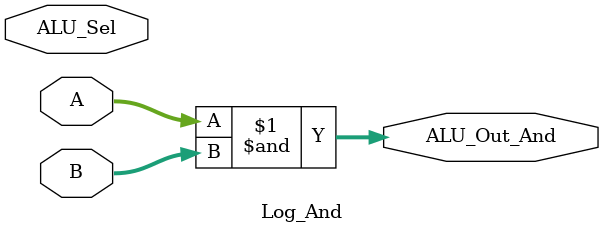
<source format=v>
module Log_And(output [3:0] ALU_Out_And,input [3:0] A, input [3:0] B,input [3:0] ALU_Sel);
assign ALU_Out_And = A&B ;
endmodule

</source>
